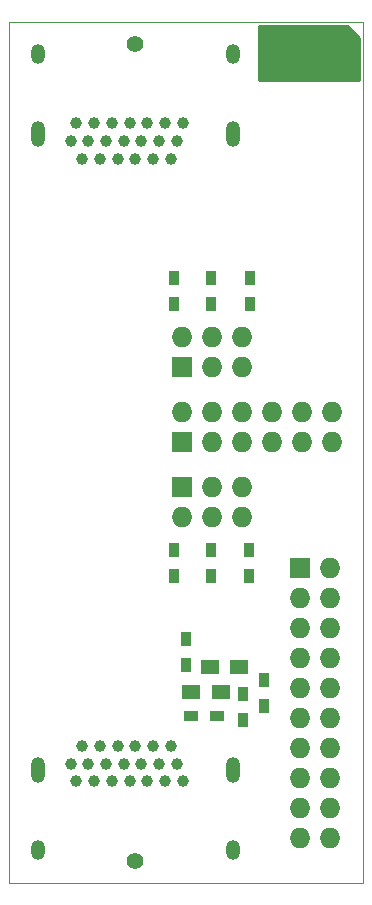
<source format=gts>
G04 #@! TF.FileFunction,Soldermask,Top*
%FSLAX46Y46*%
G04 Gerber Fmt 4.6, Leading zero omitted, Abs format (unit mm)*
G04 Created by KiCad (PCBNEW 4.0.2+e4-6225~38~ubuntu14.04.1-stable) date Mon Aug  1 15:26:05 2016*
%MOMM*%
G01*
G04 APERTURE LIST*
%ADD10C,0.350000*%
%ADD11C,0.100000*%
%ADD12C,1.400000*%
%ADD13O,1.200000X1.700000*%
%ADD14O,1.200000X2.200000*%
%ADD15C,1.000000*%
%ADD16R,1.727200X1.727200*%
%ADD17O,1.727200X1.727200*%
%ADD18R,1.500000X1.250000*%
%ADD19R,0.900000X1.200000*%
%ADD20R,1.200000X0.900000*%
%ADD21C,0.254000*%
G04 APERTURE END LIST*
D10*
D11*
X50520600Y-22275800D02*
X20574000Y-22275800D01*
X50520600Y-95123000D02*
X50520600Y-22275800D01*
X20574000Y-95123000D02*
X50520600Y-95123000D01*
X20574000Y-22273033D02*
X20574000Y-95123070D01*
D12*
X31242000Y-93268000D03*
D13*
X39492000Y-92368000D03*
X22992000Y-92368000D03*
D14*
X39492000Y-85588000D03*
X22992000Y-85588000D03*
D15*
X31242000Y-83538000D03*
X32742000Y-83538000D03*
X34242000Y-83538000D03*
X29742000Y-83538000D03*
X28242000Y-83538000D03*
X26742000Y-83538000D03*
X31742000Y-85038000D03*
X33242000Y-85038000D03*
X34742000Y-85038000D03*
X30242000Y-85038000D03*
X28742000Y-85038000D03*
X27242000Y-85038000D03*
X25742000Y-85038000D03*
X32242000Y-86538000D03*
X33742000Y-86538000D03*
X35242000Y-86538000D03*
X30742000Y-86538000D03*
X29242000Y-86538000D03*
X27742000Y-86538000D03*
X26242000Y-86538000D03*
D16*
X45206920Y-68453000D03*
D17*
X47746920Y-68453000D03*
X45206920Y-70993000D03*
X47746920Y-70993000D03*
X45206920Y-73533000D03*
X47746920Y-73533000D03*
X45206920Y-76073000D03*
X47746920Y-76073000D03*
X45206920Y-78613000D03*
X47746920Y-78613000D03*
X45206920Y-81153000D03*
X47746920Y-81153000D03*
X45206920Y-83693000D03*
X47746920Y-83693000D03*
X45206920Y-86233000D03*
X47746920Y-86233000D03*
X45206920Y-88773000D03*
X47746920Y-88773000D03*
X45206920Y-91313000D03*
X47746920Y-91313000D03*
D16*
X35191700Y-51432460D03*
D17*
X35191700Y-48892460D03*
X37731700Y-51432460D03*
X37731700Y-48892460D03*
X40271700Y-51432460D03*
X40271700Y-48892460D03*
D18*
X37520560Y-76840080D03*
X40020560Y-76840080D03*
D19*
X35532060Y-76670080D03*
X35532060Y-74470080D03*
X42164000Y-77978000D03*
X42164000Y-80178000D03*
D18*
X38455920Y-78994000D03*
X35955920Y-78994000D03*
D16*
X35191700Y-57782460D03*
D17*
X35191700Y-55242460D03*
X37731700Y-57782460D03*
X37731700Y-55242460D03*
X40271700Y-57782460D03*
X40271700Y-55242460D03*
X42811700Y-57782460D03*
X42811700Y-55242460D03*
X45351700Y-57782460D03*
X45351700Y-55242460D03*
X47891700Y-57782460D03*
X47891700Y-55242460D03*
D20*
X35978920Y-81026000D03*
X38178920Y-81026000D03*
D19*
X40380920Y-79100500D03*
X40380920Y-81300500D03*
X34493200Y-69105960D03*
X34493200Y-66905960D03*
X37668200Y-69105960D03*
X37668200Y-66905960D03*
X40843200Y-69105960D03*
X40843200Y-66905960D03*
X34493200Y-43918960D03*
X34493200Y-46118960D03*
X37668200Y-43918960D03*
X37668200Y-46118960D03*
D16*
X35191700Y-61592460D03*
D17*
X35191700Y-64132460D03*
X37731700Y-61592460D03*
X37731700Y-64132460D03*
X40271700Y-61592460D03*
X40271700Y-64132460D03*
D12*
X31242000Y-24080000D03*
D13*
X39492000Y-24980000D03*
X22992000Y-24980000D03*
D14*
X39492000Y-31760000D03*
X22992000Y-31760000D03*
D15*
X31242000Y-33810000D03*
X32742000Y-33810000D03*
X34242000Y-33810000D03*
X29742000Y-33810000D03*
X28242000Y-33810000D03*
X26742000Y-33810000D03*
X31742000Y-32310000D03*
X33242000Y-32310000D03*
X34742000Y-32310000D03*
X30242000Y-32310000D03*
X28742000Y-32310000D03*
X27242000Y-32310000D03*
X25742000Y-32310000D03*
X32242000Y-30810000D03*
X33742000Y-30810000D03*
X35242000Y-30810000D03*
X30742000Y-30810000D03*
X29242000Y-30810000D03*
X27742000Y-30810000D03*
X26242000Y-30810000D03*
D19*
X40970200Y-43918960D03*
X40970200Y-46118960D03*
D21*
G36*
X50190400Y-23625504D02*
X50190400Y-27127200D01*
X41681400Y-27127200D01*
X41681400Y-22606000D01*
X49123477Y-22606000D01*
X50190400Y-23625504D01*
X50190400Y-23625504D01*
G37*
X50190400Y-23625504D02*
X50190400Y-27127200D01*
X41681400Y-27127200D01*
X41681400Y-22606000D01*
X49123477Y-22606000D01*
X50190400Y-23625504D01*
M02*

</source>
